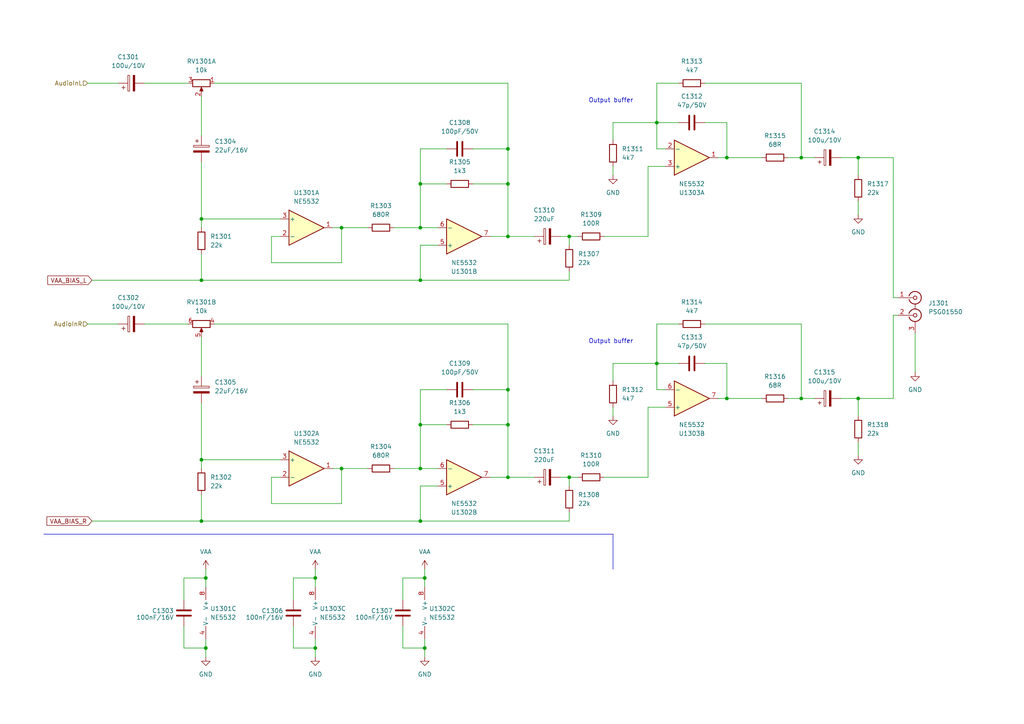
<source format=kicad_sch>
(kicad_sch (version 20230121) (generator eeschema)
  (paper "A4")
  (lib_symbols
    (symbol "Amplifier_Operational:NE5532" (pin_names (offset 0.127))
      (property "Reference" "U" (at 0 5.08 0))
      (property "Value" "NE5532" (at 0 -5.08 0))
      (symbol "NE5532_1_1"
        (polyline (pts (xy -5.08 5.08) (xy 5.08 0) (xy -5.08 -5.08) (xy -5.08 5.08)) (stroke (width 0.254)) (fill (type background)))
        (pin output line (at 7.62 0 180) (length 2.54) (name "~") (number "1"))
        (pin input line (at -7.62 -2.54 0) (length 2.54) (name "-") (number "2"))
        (pin input line (at -7.62 2.54 0) (length 2.54) (name "+") (number "3"))
      )
      (symbol "NE5532_2_1"
        (polyline (pts (xy -5.08 5.08) (xy 5.08 0) (xy -5.08 -5.08) (xy -5.08 5.08)) (stroke (width 0.254)) (fill (type background)))
        (pin input line (at -7.62 2.54 0) (length 2.54) (name "+") (number "5"))
        (pin input line (at -7.62 -2.54 0) (length 2.54) (name "-") (number "6"))
        (pin output line (at 7.62 0 180) (length 2.54) (name "~") (number "7"))
      )
      (symbol "NE5532_3_1"
        (pin power_in line (at -2.54 -7.62 90) (length 3.81) (name "V-") (number "4"))
        (pin power_in line (at -2.54 7.62 270) (length 3.81) (name "V+") (number "8"))
      )
    )
    (symbol "Connector:Conn_Coaxial_x2" (pin_names (offset 1.016) hide)
      (property "Reference" "J" (at 0 5.715 0))
      (property "Value" "Conn_Coaxial_x2" (at 2.921 0 90))
      (symbol "Conn_Coaxial_x2_0_1"
        (arc (start -1.778 -3.048) (mid 0.2311 -4.3466) (end 1.778 -2.54) (stroke (width 0.254)))
        (arc (start -1.778 2.032) (mid 0.2311 0.7334) (end 1.778 2.54) (stroke (width 0.254)))
        (circle (center 0 -2.54) (radius 0.508) (stroke (width 0.2032)))
        (polyline (pts (xy -2.54 -2.54) (xy -0.508 -2.54)))
        (polyline (pts (xy -2.54 2.54) (xy -0.508 2.54)))
        (polyline (pts (xy 0 -5.08) (xy 0 -4.318)))
        (polyline (pts (xy 0 0.762) (xy 0 -0.635)))
        (circle (center 0 2.54) (radius 0.508) (stroke (width 0.2032)))
        (arc (start 1.778 -2.54) (mid 0.2099 -0.7299) (end -1.778 -2.032) (stroke (width 0.254)))
        (arc (start 1.778 2.54) (mid 0.2099 4.3501) (end -1.778 3.048) (stroke (width 0.254)))
      )
      (symbol "Conn_Coaxial_x2_1_1"
        (pin passive line (at -5.08 2.54 0) (length 2.54) (name "IN1") (number "1"))
        (pin passive line (at -5.08 -2.54 0) (length 2.54) (name "IN2") (number "2"))
        (pin passive line (at 0 -7.62 90) (length 2.54) (name "EXT") (number "3"))
      )
    )
    (symbol "Device:C" (pin_numbers hide) (pin_names (offset 0.254))
      (property "Reference" "C" (at 0.635 2.54 0))
      (property "Value" "C" (at 0.635 -2.54 0))
      (symbol "C_0_1"
        (polyline (pts (xy -2.032 -0.762) (xy 2.032 -0.762)) (stroke (width 0.508)))
        (polyline (pts (xy -2.032 0.762) (xy 2.032 0.762)) (stroke (width 0.508)))
      )
      (symbol "C_1_1"
        (pin passive line (at 0 3.81 270) (length 2.794) (name "~") (number "1"))
        (pin passive line (at 0 -3.81 90) (length 2.794) (name "~") (number "2"))
      )
    )
    (symbol "Device:C_Polarized" (pin_numbers hide) (pin_names (offset 0.254))
      (property "Reference" "C" (at 0.635 2.54 0))
      (property "Value" "C_Polarized" (at 0.635 -2.54 0))
      (symbol "C_Polarized_0_1"
        (rectangle (start -2.286 0.508) (end 2.286 1.016))
        (polyline (pts (xy -1.778 2.286) (xy -0.762 2.286)))
        (polyline (pts (xy -1.27 2.794) (xy -1.27 1.778)))
        (rectangle (start 2.286 -0.508) (end -2.286 -1.016) (fill (type outline)))
      )
      (symbol "C_Polarized_1_1"
        (pin passive line (at 0 3.81 270) (length 2.794) (name "~") (number "1"))
        (pin passive line (at 0 -3.81 90) (length 2.794) (name "~") (number "2"))
      )
    )
    (symbol "Device:R" (pin_numbers hide) (pin_names (offset 0))
      (property "Reference" "R" (at 2.032 0 90))
      (property "Value" "R" (at 0 0 90))
      (symbol "R_0_1"
        (rectangle (start -1.016 -2.54) (end 1.016 2.54) (stroke (width 0.254)))
      )
      (symbol "R_1_1"
        (pin passive line (at 0 3.81 270) (length 1.27) (name "~") (number "1"))
        (pin passive line (at 0 -3.81 90) (length 1.27) (name "~") (number "2"))
      )
    )
    (symbol "Device:R_Potentiometer_Dual_Separate" (pin_names (offset 1.016) hide)
      (property "Reference" "RV" (at -4.445 0 90))
      (property "Value" "R_Potentiometer_Dual_Separate" (at -2.54 0 90))
      (symbol "R_Potentiometer_Dual_Separate_0_1"
        (polyline (pts (xy 2.54 0) (xy 1.524 0)))
        (polyline (pts (xy 1.143 0) (xy 2.286 0.508) (xy 2.286 -0.508) (xy 1.143 0)) (fill (type outline)))
        (rectangle (start 1.016 2.54) (end -1.016 -2.54) (stroke (width 0.254)))
      )
      (symbol "R_Potentiometer_Dual_Separate_1_1"
        (pin passive line (at 0 3.81 270) (length 1.27) (name "1") (number "1"))
        (pin passive line (at 3.81 0 180) (length 1.27) (name "2") (number "2"))
        (pin passive line (at 0 -3.81 90) (length 1.27) (name "3") (number "3"))
      )
      (symbol "R_Potentiometer_Dual_Separate_2_1"
        (pin passive line (at 0 3.81 270) (length 1.27) (name "4") (number "4"))
        (pin passive line (at 3.81 0 180) (length 1.27) (name "5") (number "5"))
        (pin passive line (at 0 -3.81 90) (length 1.27) (name "6") (number "6"))
      )
    )
    (symbol "power:GND" (power) (pin_names (offset 0))
      (property "Value" "GND" (at 0 -3.81 0))
      (symbol "GND_0_1"
        (polyline (pts (xy 0 0) (xy 0 -1.27) (xy 1.27 -1.27) (xy 0 -2.54) (xy -1.27 -1.27) (xy 0 -1.27)))
      )
      (symbol "GND_1_1"
        (pin power_in line (at 0 0 270) (length 0) hide (name "GND") (number "1"))
      )
    )
    (symbol "power:VAA" (power) (pin_names (offset 0))
      (property "Value" "VAA" (at 0 3.81 0))
      (symbol "VAA_0_1"
        (polyline (pts (xy -0.762 1.27) (xy 0 2.54)))
        (polyline (pts (xy 0 0) (xy 0 2.54)))
        (polyline (pts (xy 0 2.54) (xy 0.762 1.27)))
      )
      (symbol "VAA_1_1"
        (pin power_in line (at 0 0 90) (length 0) hide (name "VAA") (number "1"))
      )
    )
  )
  (junction (at 248.92 115.57))
  (junction (at 123.19 187.96))
  (junction (at 165.1 68.58))
  (junction (at 121.92 81.28))
  (junction (at 121.92 135.89))
  (junction (at 232.41 115.57))
  (junction (at 248.92 45.72))
  (junction (at 123.19 167.64))
  (junction (at 121.92 66.04))
  (junction (at 99.06 135.89))
  (junction (at 147.32 113.03))
  (junction (at 210.82 45.72))
  (junction (at 147.32 138.43))
  (junction (at 190.5 105.41))
  (junction (at 58.42 63.5))
  (junction (at 190.5 35.56))
  (junction (at 58.42 151.13))
  (junction (at 121.92 53.34))
  (junction (at 59.69 187.96))
  (junction (at 91.44 187.96))
  (junction (at 58.42 133.35))
  (junction (at 165.1 138.43))
  (junction (at 121.92 151.13))
  (junction (at 147.32 123.19))
  (junction (at 58.42 81.28))
  (junction (at 210.82 115.57))
  (junction (at 121.92 123.19))
  (junction (at 147.32 53.34))
  (junction (at 91.44 167.64))
  (junction (at 99.06 66.04))
  (junction (at 59.69 167.64))
  (junction (at 147.32 68.58))
  (junction (at 147.32 43.18))
  (junction (at 232.41 45.72))
  (wire (pts (xy 190.5 35.56) (xy 190.5 24.13)))
  (wire (pts (xy 127 71.12) (xy 121.92 71.12)))
  (wire (pts (xy 190.5 35.56) (xy 196.85 35.56)))
  (wire (pts (xy 58.42 63.5) (xy 81.28 63.5)))
  (wire (pts (xy 85.09 173.99) (xy 85.09 167.64)))
  (wire (pts (xy 121.92 43.18) (xy 129.54 43.18)))
  (wire (pts (xy 248.92 128.27) (xy 248.92 132.08)))
  (wire (pts (xy 121.92 151.13) (xy 165.1 151.13)))
  (wire (pts (xy 137.16 123.19) (xy 147.32 123.19)))
  (wire (pts (xy 187.96 118.11) (xy 193.04 118.11)))
  (wire (pts (xy 116.84 187.96) (xy 116.84 181.61)))
  (wire (pts (xy 147.32 53.34) (xy 147.32 68.58)))
  (wire (pts (xy 59.69 185.42) (xy 59.69 187.96)))
  (wire (pts (xy 121.92 123.19) (xy 121.92 135.89)))
  (wire (pts (xy 25.4 24.13) (xy 34.29 24.13)))
  (wire (pts (xy 99.06 66.04) (xy 106.68 66.04)))
  (wire (pts (xy 190.5 93.98) (xy 196.85 93.98)))
  (wire (pts (xy 190.5 105.41) (xy 190.5 113.03)))
  (wire (pts (xy 58.42 116.84) (xy 58.42 133.35)))
  (wire (pts (xy 187.96 138.43) (xy 175.26 138.43)))
  (wire (pts (xy 147.32 68.58) (xy 142.24 68.58)))
  (wire (pts (xy 121.92 140.97) (xy 121.92 151.13)))
  (wire (pts (xy 81.28 138.43) (xy 78.74 138.43)))
  (wire (pts (xy 41.91 24.13) (xy 54.61 24.13)))
  (polyline (pts (xy 177.8 154.94) (xy 177.8 165.1)))
  (wire (pts (xy 187.96 68.58) (xy 175.26 68.58)))
  (wire (pts (xy 121.92 81.28) (xy 165.1 81.28)))
  (wire (pts (xy 59.69 190.5) (xy 59.69 187.96)))
  (wire (pts (xy 99.06 135.89) (xy 96.52 135.89)))
  (wire (pts (xy 248.92 115.57) (xy 259.08 115.57)))
  (wire (pts (xy 62.23 24.13) (xy 147.32 24.13)))
  (wire (pts (xy 210.82 35.56) (xy 210.82 45.72)))
  (wire (pts (xy 85.09 187.96) (xy 85.09 181.61)))
  (wire (pts (xy 99.06 66.04) (xy 96.52 66.04)))
  (wire (pts (xy 147.32 138.43) (xy 142.24 138.43)))
  (wire (pts (xy 58.42 151.13) (xy 121.92 151.13)))
  (wire (pts (xy 147.32 113.03) (xy 137.16 113.03)))
  (wire (pts (xy 58.42 73.66) (xy 58.42 81.28)))
  (wire (pts (xy 177.8 105.41) (xy 177.8 110.49)))
  (wire (pts (xy 165.1 138.43) (xy 162.56 138.43)))
  (wire (pts (xy 121.92 66.04) (xy 127 66.04)))
  (wire (pts (xy 114.3 66.04) (xy 121.92 66.04)))
  (wire (pts (xy 260.35 91.44) (xy 259.08 91.44)))
  (wire (pts (xy 121.92 53.34) (xy 121.92 66.04)))
  (wire (pts (xy 116.84 167.64) (xy 123.19 167.64)))
  (wire (pts (xy 123.19 167.64) (xy 123.19 170.18)))
  (wire (pts (xy 53.34 173.99) (xy 53.34 167.64)))
  (wire (pts (xy 58.42 97.79) (xy 58.42 109.22)))
  (wire (pts (xy 165.1 151.13) (xy 165.1 148.59)))
  (wire (pts (xy 26.67 151.13) (xy 58.42 151.13)))
  (wire (pts (xy 91.44 185.42) (xy 91.44 187.96)))
  (wire (pts (xy 190.5 105.41) (xy 190.5 93.98)))
  (wire (pts (xy 121.92 53.34) (xy 121.92 43.18)))
  (wire (pts (xy 210.82 115.57) (xy 208.28 115.57)))
  (wire (pts (xy 204.47 24.13) (xy 232.41 24.13)))
  (wire (pts (xy 204.47 105.41) (xy 210.82 105.41)))
  (wire (pts (xy 99.06 146.05) (xy 99.06 135.89)))
  (wire (pts (xy 232.41 45.72) (xy 236.22 45.72)))
  (wire (pts (xy 91.44 165.1) (xy 91.44 167.64)))
  (wire (pts (xy 58.42 63.5) (xy 58.42 66.04)))
  (wire (pts (xy 265.43 96.52) (xy 265.43 107.95)))
  (wire (pts (xy 147.32 93.98) (xy 147.32 113.03)))
  (wire (pts (xy 190.5 35.56) (xy 190.5 43.18)))
  (wire (pts (xy 123.19 185.42) (xy 123.19 187.96)))
  (wire (pts (xy 165.1 81.28) (xy 165.1 78.74)))
  (polyline (pts (xy 12.7 154.94) (xy 177.8 154.94)))
  (wire (pts (xy 190.5 43.18) (xy 193.04 43.18)))
  (wire (pts (xy 99.06 76.2) (xy 99.06 66.04)))
  (wire (pts (xy 58.42 133.35) (xy 81.28 133.35)))
  (wire (pts (xy 58.42 143.51) (xy 58.42 151.13)))
  (wire (pts (xy 147.32 53.34) (xy 147.32 43.18)))
  (wire (pts (xy 41.91 93.98) (xy 54.61 93.98)))
  (wire (pts (xy 187.96 48.26) (xy 193.04 48.26)))
  (wire (pts (xy 123.19 187.96) (xy 116.84 187.96)))
  (wire (pts (xy 91.44 167.64) (xy 91.44 170.18)))
  (wire (pts (xy 91.44 190.5) (xy 91.44 187.96)))
  (wire (pts (xy 204.47 93.98) (xy 232.41 93.98)))
  (wire (pts (xy 62.23 93.98) (xy 147.32 93.98)))
  (wire (pts (xy 78.74 76.2) (xy 99.06 76.2)))
  (wire (pts (xy 177.8 118.11) (xy 177.8 120.65)))
  (wire (pts (xy 147.32 68.58) (xy 154.94 68.58)))
  (wire (pts (xy 228.6 45.72) (xy 232.41 45.72)))
  (wire (pts (xy 147.32 24.13) (xy 147.32 43.18)))
  (wire (pts (xy 137.16 53.34) (xy 147.32 53.34)))
  (wire (pts (xy 26.67 81.28) (xy 58.42 81.28)))
  (wire (pts (xy 59.69 187.96) (xy 53.34 187.96)))
  (wire (pts (xy 165.1 138.43) (xy 167.64 138.43)))
  (wire (pts (xy 127 140.97) (xy 121.92 140.97)))
  (wire (pts (xy 177.8 48.26) (xy 177.8 50.8)))
  (wire (pts (xy 177.8 35.56) (xy 190.5 35.56)))
  (wire (pts (xy 232.41 115.57) (xy 236.22 115.57)))
  (wire (pts (xy 99.06 135.89) (xy 106.68 135.89)))
  (wire (pts (xy 248.92 45.72) (xy 248.92 50.8)))
  (wire (pts (xy 25.4 93.98) (xy 34.29 93.98)))
  (wire (pts (xy 177.8 35.56) (xy 177.8 40.64)))
  (wire (pts (xy 147.32 123.19) (xy 147.32 113.03)))
  (wire (pts (xy 190.5 113.03) (xy 193.04 113.03)))
  (wire (pts (xy 53.34 187.96) (xy 53.34 181.61)))
  (wire (pts (xy 58.42 81.28) (xy 121.92 81.28)))
  (wire (pts (xy 165.1 68.58) (xy 162.56 68.58)))
  (wire (pts (xy 123.19 190.5) (xy 123.19 187.96)))
  (wire (pts (xy 78.74 146.05) (xy 99.06 146.05)))
  (wire (pts (xy 210.82 45.72) (xy 220.98 45.72)))
  (wire (pts (xy 59.69 167.64) (xy 59.69 170.18)))
  (wire (pts (xy 58.42 133.35) (xy 58.42 135.89)))
  (wire (pts (xy 187.96 48.26) (xy 187.96 68.58)))
  (wire (pts (xy 259.08 91.44) (xy 259.08 115.57)))
  (wire (pts (xy 243.84 115.57) (xy 248.92 115.57)))
  (wire (pts (xy 147.32 43.18) (xy 137.16 43.18)))
  (wire (pts (xy 204.47 35.56) (xy 210.82 35.56)))
  (wire (pts (xy 232.41 93.98) (xy 232.41 115.57)))
  (wire (pts (xy 129.54 53.34) (xy 121.92 53.34)))
  (wire (pts (xy 210.82 115.57) (xy 220.98 115.57)))
  (wire (pts (xy 187.96 118.11) (xy 187.96 138.43)))
  (wire (pts (xy 177.8 105.41) (xy 190.5 105.41)))
  (wire (pts (xy 121.92 71.12) (xy 121.92 81.28)))
  (wire (pts (xy 243.84 45.72) (xy 248.92 45.72)))
  (wire (pts (xy 228.6 115.57) (xy 232.41 115.57)))
  (wire (pts (xy 121.92 135.89) (xy 127 135.89)))
  (wire (pts (xy 78.74 138.43) (xy 78.74 146.05)))
  (wire (pts (xy 121.92 123.19) (xy 121.92 113.03)))
  (wire (pts (xy 165.1 140.97) (xy 165.1 138.43)))
  (wire (pts (xy 248.92 58.42) (xy 248.92 62.23)))
  (wire (pts (xy 53.34 167.64) (xy 59.69 167.64)))
  (wire (pts (xy 81.28 68.58) (xy 78.74 68.58)))
  (wire (pts (xy 259.08 86.36) (xy 259.08 45.72)))
  (wire (pts (xy 210.82 45.72) (xy 208.28 45.72)))
  (wire (pts (xy 248.92 115.57) (xy 248.92 120.65)))
  (wire (pts (xy 91.44 187.96) (xy 85.09 187.96)))
  (wire (pts (xy 78.74 68.58) (xy 78.74 76.2)))
  (wire (pts (xy 165.1 68.58) (xy 167.64 68.58)))
  (wire (pts (xy 165.1 71.12) (xy 165.1 68.58)))
  (wire (pts (xy 58.42 46.99) (xy 58.42 63.5)))
  (wire (pts (xy 259.08 86.36) (xy 260.35 86.36)))
  (wire (pts (xy 210.82 105.41) (xy 210.82 115.57)))
  (wire (pts (xy 232.41 24.13) (xy 232.41 45.72)))
  (wire (pts (xy 116.84 173.99) (xy 116.84 167.64)))
  (wire (pts (xy 123.19 165.1) (xy 123.19 167.64)))
  (wire (pts (xy 85.09 167.64) (xy 91.44 167.64)))
  (wire (pts (xy 190.5 105.41) (xy 196.85 105.41)))
  (wire (pts (xy 147.32 138.43) (xy 154.94 138.43)))
  (wire (pts (xy 114.3 135.89) (xy 121.92 135.89)))
  (wire (pts (xy 147.32 123.19) (xy 147.32 138.43)))
  (wire (pts (xy 59.69 165.1) (xy 59.69 167.64)))
  (wire (pts (xy 121.92 113.03) (xy 129.54 113.03)))
  (wire (pts (xy 248.92 45.72) (xy 259.08 45.72)))
  (wire (pts (xy 190.5 24.13) (xy 196.85 24.13)))
  (wire (pts (xy 129.54 123.19) (xy 121.92 123.19)))
  (wire (pts (xy 58.42 27.94) (xy 58.42 39.37)))
  (text "Output buffer" (at 170.688 99.822 0) (effects (font (size 1.27 1.27)) (justify left bottom)))
  (text "Output buffer" (at 170.688 29.972 0) (effects (font (size 1.27 1.27)) (justify left bottom)))
  (global_label "VAA_BIAS_L" (shape input) (at 26.67 81.28 180) (property "Intersheetrefs" "${INTERSHEET_REFS}" (effects hide)))
  (global_label "VAA_BIAS_R" (shape input) (at 26.67 151.13 180) (property "Intersheetrefs" "${INTERSHEET_REFS}" (effects hide)))
  (hierarchical_label "AudioInR" (shape input) (at 25.4 93.98 180))
  (hierarchical_label "AudioInL" (shape input) (at 25.4 24.13 180))
  (symbol (lib_id "Device:R_Potentiometer_Dual_Separate") (at 58.42 24.13 270) (unit 1)
    (property "Reference" "RV1301" (at 58.42 17.78 90))
    (property "Value" "10k" (at 58.42 20.32 90))
  )
  (symbol (lib_id "Device:R") (at 224.79 115.57 90) (unit 1)
    (property "Reference" "R1316" (at 224.79 109.22 90))
    (property "Value" "68R" (at 224.79 111.76 90))
    (property "Footprint" "Resistor_SMD:R_0805_2012Metric_Pad1.20x1.40mm_HandSolder" (effects hide))
    (property "LCSC" "C865616" (effects hide))
  )
  (symbol (lib_id "Amplifier_Operational:NE5532") (at 200.66 115.57 0) (mirror x) (unit 2)
    (property "Reference" "U1303" (at 200.66 125.73 0))
    (property "Value" "NE5532" (at 200.66 123.19 0))
    (property "Datasheet" "http://www.ti.com/lit/ds/symlink/ne5532.pdf" (effects hide))
    (property "LCSC" "C7426" (effects hide))
  )
  (symbol (lib_id "Device:R") (at 171.45 68.58 90) (unit 1)
    (property "Reference" "R1309" (at 171.45 62.23 90))
    (property "Value" "100R" (at 171.45 64.77 90))
    (property "Footprint" "Resistor_SMD:R_0805_2012Metric_Pad1.20x1.40mm_HandSolder" (effects hide))
    (property "LCSC" "C217766" (effects hide))
  )
  (symbol (lib_id "Device:C") (at 85.09 177.8 0) (mirror y) (unit 1)
    (property "Reference" "C1306" (at 82.169 177.1563 0) (effects (justify left)))
    (property "Value" "100nF/16V" (at 82.169 179.0773 0) (effects (justify left)))
    (property "Footprint" "Capacitor_SMD:C_0805_2012Metric" (effects hide))
    (property "LCSC" "C218638" (effects hide))
  )
  (symbol (lib_id "Device:R") (at 110.49 66.04 90) (unit 1)
    (property "Reference" "R1303" (at 110.49 59.69 90))
    (property "Value" "680R" (at 110.49 62.23 90))
    (property "Footprint" "Resistor_SMD:R_0805_2012Metric_Pad1.20x1.40mm_HandSolder" (effects hide))
    (property "LCSC" "C865612" (effects hide))
  )
  (symbol (lib_id "power:VAA") (at 123.19 165.1 0) (unit 1)
    (property "Reference" "#PWR01305" (effects hide))
    (property "Value" "VAA" (at 123.19 160.02 0))
  )
  (symbol (lib_id "Device:R") (at 171.45 138.43 90) (unit 1)
    (property "Reference" "R1310" (at 171.45 132.08 90))
    (property "Value" "100R" (at 171.45 134.62 90))
    (property "Footprint" "Resistor_SMD:R_0805_2012Metric_Pad1.20x1.40mm_HandSolder" (effects hide))
    (property "LCSC" "C217766" (effects hide))
  )
  (symbol (lib_id "power:GND") (at 248.92 132.08 0) (unit 1)
    (property "Reference" "#PWR01310" (effects hide))
    (property "Value" "GND" (at 248.92 137.16 0))
  )
  (symbol (lib_id "Amplifier_Operational:NE5532") (at 134.62 68.58 0) (mirror x) (unit 2)
    (property "Reference" "U1301" (at 134.62 78.74 0))
    (property "Value" "NE5532" (at 134.62 76.2 0))
    (property "Datasheet" "http://www.ti.com/lit/ds/symlink/ne5532.pdf" (effects hide))
    (property "LCSC" "C7426" (effects hide))
  )
  (symbol (lib_id "Device:C_Polarized") (at 240.03 115.57 90) (unit 1)
    (property "Reference" "C1315" (at 239.141 107.95 90))
    (property "Value" "100u/10V" (at 239.141 110.49 90))
    (property "Footprint" "Capacitor_SMD:CP_Elec_6.3x5.8" (effects hide))
    (property "LCSC" "C2166157" (effects hide))
  )
  (symbol (lib_id "Amplifier_Operational:NE5532") (at 200.66 45.72 0) (mirror x) (unit 1)
    (property "Reference" "U1303" (at 200.66 55.88 0))
    (property "Value" "NE5532" (at 200.66 53.34 0))
    (property "Datasheet" "http://www.ti.com/lit/ds/symlink/ne5532.pdf" (effects hide))
    (property "LCSC" "C7426" (effects hide))
  )
  (symbol (lib_id "power:VAA") (at 91.44 165.1 0) (unit 1)
    (property "Reference" "#PWR01303" (effects hide))
    (property "Value" "VAA" (at 91.44 160.02 0))
  )
  (symbol (lib_id "Connector:Conn_Coaxial_x2") (at 265.43 88.9 0) (unit 1)
    (property "Reference" "J1301" (at 269.24 87.9232 0) (effects (justify left)))
    (property "Value" "PSG01550" (at 269.24 90.4632 0) (effects (justify left)))
    (property "Datasheet" " ~" (effects hide))
  )
  (symbol (lib_id "Device:C_Polarized") (at 38.1 93.98 90) (unit 1)
    (property "Reference" "C1302" (at 37.211 86.36 90))
    (property "Value" "100u/10V" (at 37.211 88.9 90))
    (property "Footprint" "Capacitor_SMD:CP_Elec_6.3x5.8" (effects hide))
    (property "LCSC" "C2166157" (effects hide))
  )
  (symbol (lib_id "Device:R") (at 133.35 123.19 90) (unit 1)
    (property "Reference" "R1306" (at 133.35 116.84 90))
    (property "Value" "1k3" (at 133.35 119.38 90))
    (property "Footprint" "Resistor_SMD:R_0805_2012Metric_Pad1.20x1.40mm_HandSolder" (effects hide))
    (property "LCSC" "C218394" (effects hide))
  )
  (symbol (lib_id "Device:C_Polarized") (at 58.42 113.03 0) (unit 1)
    (property "Reference" "C1305" (at 62.23 110.871 0) (effects (justify left)))
    (property "Value" "22uF/16V" (at 62.23 113.411 0) (effects (justify left)))
    (property "Footprint" "Capacitor_SMD:CP_Elec_5x5.8" (effects hide))
    (property "LCSC" "C2163245" (effects hide))
  )
  (symbol (lib_id "Device:C") (at 133.35 43.18 90) (unit 1)
    (property "Reference" "C1308" (at 133.35 35.56 90))
    (property "Value" "100pF/50V" (at 133.35 38.1 90))
    (property "Footprint" "Capacitor_SMD:C_0805_2012Metric" (effects hide))
    (property "LCSC" "C1790" (effects hide))
  )
  (symbol (lib_id "power:GND") (at 123.19 190.5 0) (unit 1)
    (property "Reference" "#PWR01306" (effects hide))
    (property "Value" "GND" (at 123.19 195.58 0))
  )
  (symbol (lib_id "Device:R") (at 177.8 44.45 180) (unit 1)
    (property "Reference" "R1311" (at 180.34 43.18 0) (effects (justify right)))
    (property "Value" "4k7" (at 180.34 45.72 0) (effects (justify right)))
    (property "Footprint" "Resistor_SMD:R_0805_2012Metric_Pad1.20x1.40mm_HandSolder" (effects hide))
    (property "LCSC" "C17673" (effects hide))
  )
  (symbol (lib_id "Device:C_Polarized") (at 158.75 68.58 90) (unit 1)
    (property "Reference" "C1310" (at 157.861 60.96 90))
    (property "Value" "220uF" (at 157.861 63.5 90))
    (property "Footprint" "Capacitor_SMD:CP_Elec_4x5.8" (effects hide))
    (property "LCSC" "C2165067" (effects hide))
  )
  (symbol (lib_id "power:GND") (at 177.8 50.8 0) (unit 1)
    (property "Reference" "#PWR01307" (effects hide))
    (property "Value" "GND" (at 177.8 55.88 0))
  )
  (symbol (lib_id "Device:R") (at 177.8 114.3 180) (unit 1)
    (property "Reference" "R1312" (at 180.34 113.03 0) (effects (justify right)))
    (property "Value" "4k7" (at 180.34 115.57 0) (effects (justify right)))
    (property "Footprint" "Resistor_SMD:R_0805_2012Metric_Pad1.20x1.40mm_HandSolder" (effects hide))
    (property "LCSC" "C17673" (effects hide))
  )
  (symbol (lib_id "power:GND") (at 91.44 190.5 0) (unit 1)
    (property "Reference" "#PWR01304" (effects hide))
    (property "Value" "GND" (at 91.44 195.58 0))
  )
  (symbol (lib_id "power:GND") (at 177.8 120.65 0) (unit 1)
    (property "Reference" "#PWR01308" (effects hide))
    (property "Value" "GND" (at 177.8 125.73 0))
  )
  (symbol (lib_id "Device:R") (at 133.35 53.34 90) (unit 1)
    (property "Reference" "R1305" (at 133.35 46.99 90))
    (property "Value" "1k3" (at 133.35 49.53 90))
    (property "Footprint" "Resistor_SMD:R_0805_2012Metric_Pad1.20x1.40mm_HandSolder" (effects hide))
    (property "LCSC" "C218394" (effects hide))
  )
  (symbol (lib_id "Device:R") (at 110.49 135.89 90) (unit 1)
    (property "Reference" "R1304" (at 110.49 129.54 90))
    (property "Value" "680R" (at 110.49 132.08 90))
    (property "Footprint" "Resistor_SMD:R_0805_2012Metric_Pad1.20x1.40mm_HandSolder" (effects hide))
    (property "LCSC" "C865612" (effects hide))
  )
  (symbol (lib_id "Device:C_Polarized") (at 58.42 43.18 0) (unit 1)
    (property "Reference" "C1304" (at 62.23 41.021 0) (effects (justify left)))
    (property "Value" "22uF/16V" (at 62.23 43.561 0) (effects (justify left)))
    (property "Footprint" "Capacitor_SMD:CP_Elec_5x5.8" (effects hide))
    (property "LCSC" "C2163245" (effects hide))
  )
  (symbol (lib_id "Device:R") (at 165.1 74.93 0) (unit 1)
    (property "Reference" "R1307" (at 167.64 73.66 0) (effects (justify left)))
    (property "Value" "22k" (at 167.64 76.2 0) (effects (justify left)))
    (property "Footprint" "Resistor_SMD:R_0805_2012Metric" (effects hide))
    (property "LCSC" "C479095" (effects hide))
  )
  (symbol (lib_id "Device:C_Polarized") (at 240.03 45.72 90) (unit 1)
    (property "Reference" "C1314" (at 239.141 38.1 90))
    (property "Value" "100u/10V" (at 239.141 40.64 90))
    (property "Footprint" "Capacitor_SMD:CP_Elec_6.3x5.8" (effects hide))
    (property "LCSC" "C2166157" (effects hide))
  )
  (symbol (lib_id "Device:R") (at 58.42 139.7 0) (unit 1)
    (property "Reference" "R1302" (at 60.96 138.43 0) (effects (justify left)))
    (property "Value" "22k" (at 60.96 140.97 0) (effects (justify left)))
    (property "Footprint" "Resistor_SMD:R_0805_2012Metric" (effects hide))
    (property "LCSC" "C479095" (effects hide))
  )
  (symbol (lib_id "Amplifier_Operational:NE5532") (at 134.62 138.43 0) (mirror x) (unit 2)
    (property "Reference" "U1302" (at 134.62 148.59 0))
    (property "Value" "NE5532" (at 134.62 146.05 0))
    (property "Datasheet" "http://www.ti.com/lit/ds/symlink/ne5532.pdf" (effects hide))
    (property "LCSC" "C7426" (effects hide))
  )
  (symbol (lib_id "Device:R") (at 248.92 124.46 0) (unit 1)
    (property "Reference" "R1318" (at 251.46 123.19 0) (effects (justify left)))
    (property "Value" "22k" (at 251.46 125.73 0) (effects (justify left)))
    (property "Footprint" "Resistor_SMD:R_0805_2012Metric" (effects hide))
    (property "LCSC" "C479095" (effects hide))
  )
  (symbol (lib_id "Device:R") (at 200.66 24.13 90) (unit 1)
    (property "Reference" "R1313" (at 200.66 17.78 90))
    (property "Value" "4k7" (at 200.66 20.32 90))
    (property "Footprint" "Resistor_SMD:R_0805_2012Metric_Pad1.20x1.40mm_HandSolder" (effects hide))
    (property "LCSC" "C17673" (effects hide))
  )
  (symbol (lib_id "Amplifier_Operational:NE5532") (at 88.9 135.89 0) (unit 1)
    (property "Reference" "U1302" (at 88.9 125.73 0))
    (property "Value" "NE5532" (at 88.9 128.27 0))
    (property "Datasheet" "http://www.ti.com/lit/ds/symlink/ne5532.pdf" (effects hide))
    (property "LCSC" "C7426" (effects hide))
  )
  (symbol (lib_id "Device:C") (at 133.35 113.03 90) (unit 1)
    (property "Reference" "C1309" (at 133.35 105.41 90))
    (property "Value" "100pF/50V" (at 133.35 107.95 90))
    (property "Footprint" "Capacitor_SMD:C_0805_2012Metric" (effects hide))
    (property "LCSC" "C1790" (effects hide))
  )
  (symbol (lib_id "Amplifier_Operational:NE5532") (at 62.23 177.8 0) (unit 3)
    (property "Reference" "U1301" (at 60.96 176.53 0) (effects (justify left)))
    (property "Value" "NE5532" (at 60.96 179.07 0) (effects (justify left)))
    (property "Datasheet" "http://www.ti.com/lit/ds/symlink/ne5532.pdf" (effects hide))
    (property "LCSC" "C7426" (effects hide))
  )
  (symbol (lib_id "power:GND") (at 265.43 107.95 0) (unit 1)
    (property "Reference" "#PWR01311" (effects hide))
    (property "Value" "GND" (at 265.43 113.03 0))
  )
  (symbol (lib_id "Device:R") (at 248.92 54.61 0) (unit 1)
    (property "Reference" "R1317" (at 251.46 53.34 0) (effects (justify left)))
    (property "Value" "22k" (at 251.46 55.88 0) (effects (justify left)))
    (property "Footprint" "Resistor_SMD:R_0805_2012Metric" (effects hide))
    (property "LCSC" "C479095" (effects hide))
  )
  (symbol (lib_id "Device:C") (at 200.66 35.56 90) (unit 1)
    (property "Reference" "C1312" (at 200.66 27.94 90))
    (property "Value" "47p/50V" (at 200.66 30.48 90))
    (property "Footprint" "Capacitor_SMD:C_0805_2012Metric" (effects hide))
    (property "LCSC" "C14857" (effects hide))
  )
  (symbol (lib_id "Amplifier_Operational:NE5532") (at 125.73 177.8 0) (unit 3)
    (property "Reference" "U1302" (at 124.46 176.53 0) (effects (justify left)))
    (property "Value" "NE5532" (at 124.46 179.07 0) (effects (justify left)))
    (property "Datasheet" "http://www.ti.com/lit/ds/symlink/ne5532.pdf" (effects hide))
    (property "LCSC" "C7426" (effects hide))
  )
  (symbol (lib_id "Device:R") (at 200.66 93.98 90) (unit 1)
    (property "Reference" "R1314" (at 200.66 87.63 90))
    (property "Value" "4k7" (at 200.66 90.17 90))
    (property "Footprint" "Resistor_SMD:R_0805_2012Metric_Pad1.20x1.40mm_HandSolder" (effects hide))
    (property "LCSC" "C17673" (effects hide))
  )
  (symbol (lib_id "Device:R") (at 58.42 69.85 0) (unit 1)
    (property "Reference" "R1301" (at 60.96 68.58 0) (effects (justify left)))
    (property "Value" "22k" (at 60.96 71.12 0) (effects (justify left)))
    (property "Footprint" "Resistor_SMD:R_0805_2012Metric" (effects hide))
    (property "LCSC" "C479095" (effects hide))
  )
  (symbol (lib_id "Amplifier_Operational:NE5532") (at 93.98 177.8 0) (unit 3)
    (property "Reference" "U1303" (at 92.71 176.53 0) (effects (justify left)))
    (property "Value" "NE5532" (at 92.71 179.07 0) (effects (justify left)))
    (property "Datasheet" "http://www.ti.com/lit/ds/symlink/ne5532.pdf" (effects hide))
    (property "LCSC" "C7426" (effects hide))
  )
  (symbol (lib_id "Device:C") (at 53.34 177.8 0) (mirror y) (unit 1)
    (property "Reference" "C1303" (at 50.419 177.1563 0) (effects (justify left)))
    (property "Value" "100nF/16V" (at 50.419 179.0773 0) (effects (justify left)))
    (property "Footprint" "Capacitor_SMD:C_0805_2012Metric" (effects hide))
    (property "LCSC" "C218638" (effects hide))
  )
  (symbol (lib_id "Device:R_Potentiometer_Dual_Separate") (at 58.42 93.98 270) (unit 2)
    (property "Reference" "RV1301" (at 58.42 87.63 90))
    (property "Value" "10k" (at 58.42 90.17 90))
  )
  (symbol (lib_id "Device:R") (at 224.79 45.72 90) (unit 1)
    (property "Reference" "R1315" (at 224.79 39.37 90))
    (property "Value" "68R" (at 224.79 41.91 90))
    (property "Footprint" "Resistor_SMD:R_0805_2012Metric_Pad1.20x1.40mm_HandSolder" (effects hide))
    (property "LCSC" "C865616" (effects hide))
  )
  (symbol (lib_id "power:GND") (at 248.92 62.23 0) (unit 1)
    (property "Reference" "#PWR01309" (effects hide))
    (property "Value" "GND" (at 248.92 67.31 0))
  )
  (symbol (lib_id "power:VAA") (at 59.69 165.1 0) (unit 1)
    (property "Reference" "#PWR01301" (effects hide))
    (property "Value" "VAA" (at 59.69 160.02 0))
  )
  (symbol (lib_id "Amplifier_Operational:NE5532") (at 88.9 66.04 0) (unit 1)
    (property "Reference" "U1301" (at 88.9 55.88 0))
    (property "Value" "NE5532" (at 88.9 58.42 0))
    (property "Datasheet" "http://www.ti.com/lit/ds/symlink/ne5532.pdf" (effects hide))
    (property "LCSC" "C7426" (effects hide))
  )
  (symbol (lib_id "Device:C_Polarized") (at 38.1 24.13 90) (unit 1)
    (property "Reference" "C1301" (at 37.211 16.51 90))
    (property "Value" "100u/10V" (at 37.211 19.05 90))
    (property "Footprint" "Capacitor_SMD:CP_Elec_6.3x5.8" (effects hide))
    (property "LCSC" "C2166157" (effects hide))
  )
  (symbol (lib_id "power:GND") (at 59.69 190.5 0) (unit 1)
    (property "Reference" "#PWR01302" (effects hide))
    (property "Value" "GND" (at 59.69 195.58 0))
  )
  (symbol (lib_id "Device:C_Polarized") (at 158.75 138.43 90) (unit 1)
    (property "Reference" "C1311" (at 157.861 130.81 90))
    (property "Value" "220uF" (at 157.861 133.35 90))
    (property "Footprint" "Capacitor_SMD:CP_Elec_4x5.8" (effects hide))
    (property "LCSC" "C2165067" (effects hide))
  )
  (symbol (lib_id "Device:R") (at 165.1 144.78 0) (unit 1)
    (property "Reference" "R1308" (at 167.64 143.51 0) (effects (justify left)))
    (property "Value" "22k" (at 167.64 146.05 0) (effects (justify left)))
    (property "Footprint" "Resistor_SMD:R_0805_2012Metric" (effects hide))
    (property "LCSC" "C479095" (effects hide))
  )
  (symbol (lib_id "Device:C") (at 116.84 177.8 0) (mirror y) (unit 1)
    (property "Reference" "C1307" (at 113.919 177.1563 0) (effects (justify left)))
    (property "Value" "100nF/16V" (at 113.919 179.0773 0) (effects (justify left)))
    (property "Footprint" "Capacitor_SMD:C_0805_2012Metric" (effects hide))
    (property "LCSC" "C218638" (effects hide))
  )
  (symbol (lib_id "Device:C") (at 200.66 105.41 90) (unit 1)
    (property "Reference" "C1313" (at 200.66 97.79 90))
    (property "Value" "47p/50V" (at 200.66 100.33 90))
    (property "Footprint" "Capacitor_SMD:C_0805_2012Metric" (effects hide))
    (property "LCSC" "C14857" (effects hide))
  )
)
</source>
